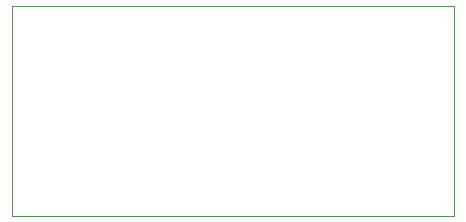
<source format=gbr>
%TF.GenerationSoftware,KiCad,Pcbnew,7.99.0-779-ga24a63e416*%
%TF.CreationDate,2023-06-04T17:09:06+04:00*%
%TF.ProjectId,mt36-08,6d743336-2d30-4382-9e6b-696361645f70,rev?*%
%TF.SameCoordinates,Original*%
%TF.FileFunction,Profile,NP*%
%FSLAX46Y46*%
G04 Gerber Fmt 4.6, Leading zero omitted, Abs format (unit mm)*
G04 Created by KiCad (PCBNEW 7.99.0-779-ga24a63e416) date 2023-06-04 17:09:06*
%MOMM*%
%LPD*%
G01*
G04 APERTURE LIST*
%TA.AperFunction,Profile*%
%ADD10C,0.100000*%
%TD*%
G04 APERTURE END LIST*
D10*
X77039000Y-72390000D02*
X114504000Y-72390000D01*
X114504000Y-90170000D01*
X77039000Y-90170000D01*
X77039000Y-72390000D01*
M02*

</source>
